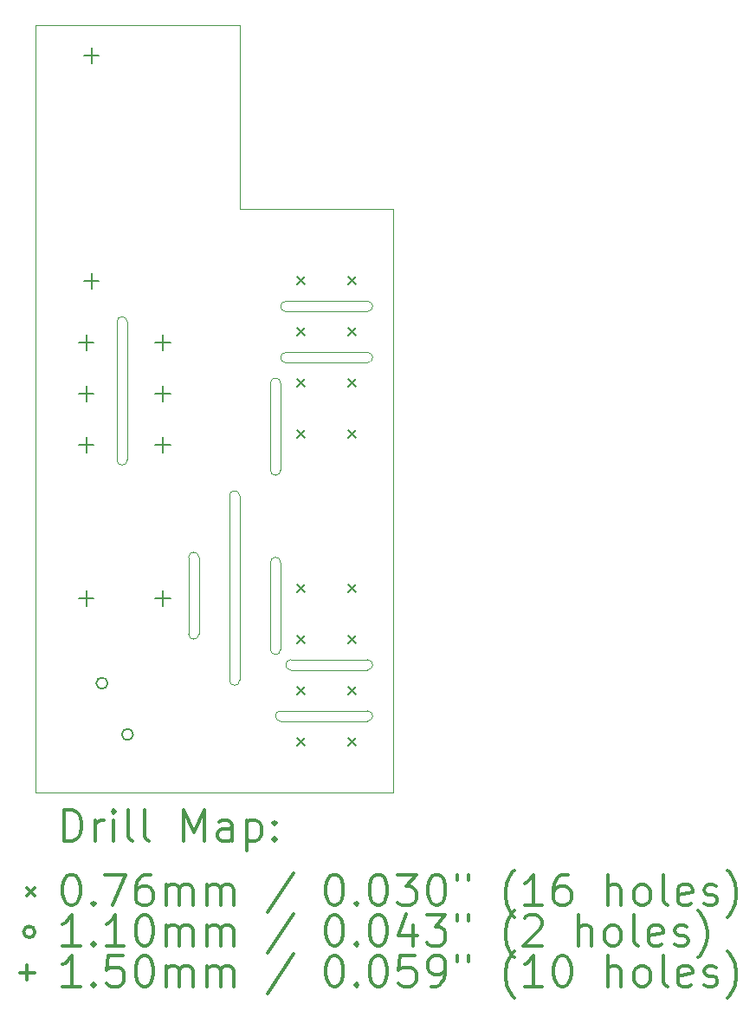
<source format=gbr>
%FSLAX45Y45*%
G04 Gerber Fmt 4.5, Leading zero omitted, Abs format (unit mm)*
G04 Created by KiCad (PCBNEW (5.1.9)-1) date 2021-04-18 13:23:44*
%MOMM*%
%LPD*%
G01*
G04 APERTURE LIST*
%TA.AperFunction,Profile*%
%ADD10C,0.050000*%
%TD*%
%ADD11C,0.200000*%
%ADD12C,0.300000*%
G04 APERTURE END LIST*
D10*
X7450000Y-10800000D02*
G75*
G02*
X7450000Y-10700000I0J50000D01*
G01*
X7450000Y-10300000D02*
G75*
G02*
X7450000Y-10200000I0J50000D01*
G01*
X8250000Y-10700000D02*
G75*
G02*
X8250000Y-10800000I0J-50000D01*
G01*
X8250000Y-10200000D02*
G75*
G02*
X8250000Y-10300000I0J-50000D01*
G01*
X7500000Y-13800000D02*
G75*
G02*
X7500000Y-13700000I0J50000D01*
G01*
X7400000Y-13600000D02*
G75*
G02*
X7300000Y-13600000I-50000J0D01*
G01*
X7400000Y-14300000D02*
G75*
G02*
X7400000Y-14200000I0J50000D01*
G01*
X8250000Y-13700000D02*
G75*
G02*
X8250000Y-13800000I0J-50000D01*
G01*
X8250000Y-14200000D02*
G75*
G02*
X8250000Y-14300000I0J-50000D01*
G01*
X8250000Y-14300000D02*
X7400000Y-14300000D01*
X7400000Y-14200000D02*
X8250000Y-14200000D01*
X8250000Y-13800000D02*
X7500000Y-13800000D01*
X7500000Y-13700000D02*
X8250000Y-13700000D01*
X8250000Y-10800000D02*
X7450000Y-10800000D01*
X7450000Y-10700000D02*
X8250000Y-10700000D01*
X8250000Y-10300000D02*
X7450000Y-10300000D01*
X7450000Y-10200000D02*
X8250000Y-10200000D01*
X5800000Y-10400000D02*
G75*
G02*
X5900000Y-10400000I50000J0D01*
G01*
X5900000Y-11750000D02*
G75*
G02*
X5800000Y-11750000I-50000J0D01*
G01*
X5900000Y-10400000D02*
X5900000Y-11750000D01*
X5800000Y-11750000D02*
X5800000Y-10400000D01*
X7300000Y-11000000D02*
G75*
G02*
X7400000Y-11000000I50000J0D01*
G01*
X7400000Y-11850000D02*
G75*
G02*
X7300000Y-11850000I-50000J0D01*
G01*
X7400000Y-11000000D02*
X7400000Y-11850000D01*
X7300000Y-11850000D02*
X7300000Y-11000000D01*
X6500000Y-12700000D02*
G75*
G02*
X6600000Y-12700000I50000J0D01*
G01*
X6600000Y-13450000D02*
G75*
G02*
X6500000Y-13450000I-50000J0D01*
G01*
X6500000Y-12700000D02*
X6500000Y-13450000D01*
X6600000Y-13450000D02*
X6600000Y-12700000D01*
X7300000Y-12750000D02*
G75*
G02*
X7400000Y-12750000I50000J0D01*
G01*
X7400000Y-13600000D02*
X7400000Y-12750000D01*
X7300000Y-13600000D02*
X7300000Y-12750000D01*
X7000000Y-13900000D02*
G75*
G02*
X6900000Y-13900000I-50000J0D01*
G01*
X6900000Y-12100000D02*
G75*
G02*
X7000000Y-12100000I50000J0D01*
G01*
X6900000Y-13900000D02*
X6900000Y-12100000D01*
X7000000Y-13900000D02*
X7000000Y-12100000D01*
X7000000Y-9300000D02*
X7000000Y-7500000D01*
X8500000Y-9300000D02*
X7000000Y-9300000D01*
X8500000Y-9500000D02*
X8500000Y-9300000D01*
X5000000Y-9500000D02*
X5000000Y-7500000D01*
X8500000Y-15000000D02*
X5000000Y-15000000D01*
X8500000Y-9500000D02*
X8500000Y-15000000D01*
X5000000Y-7500000D02*
X7000000Y-7500000D01*
X5000000Y-15000000D02*
X5000000Y-9500000D01*
D11*
X7561900Y-9961900D02*
X7638100Y-10038100D01*
X7638100Y-9961900D02*
X7561900Y-10038100D01*
X7561900Y-10461900D02*
X7638100Y-10538100D01*
X7638100Y-10461900D02*
X7561900Y-10538100D01*
X7561900Y-10961900D02*
X7638100Y-11038100D01*
X7638100Y-10961900D02*
X7561900Y-11038100D01*
X7561900Y-11461900D02*
X7638100Y-11538100D01*
X7638100Y-11461900D02*
X7561900Y-11538100D01*
X7561900Y-12961900D02*
X7638100Y-13038100D01*
X7638100Y-12961900D02*
X7561900Y-13038100D01*
X7561900Y-13461900D02*
X7638100Y-13538100D01*
X7638100Y-13461900D02*
X7561900Y-13538100D01*
X7561900Y-13961900D02*
X7638100Y-14038100D01*
X7638100Y-13961900D02*
X7561900Y-14038100D01*
X7561900Y-14461900D02*
X7638100Y-14538100D01*
X7638100Y-14461900D02*
X7561900Y-14538100D01*
X8061900Y-9961900D02*
X8138100Y-10038100D01*
X8138100Y-9961900D02*
X8061900Y-10038100D01*
X8061900Y-10461900D02*
X8138100Y-10538100D01*
X8138100Y-10461900D02*
X8061900Y-10538100D01*
X8061900Y-10961900D02*
X8138100Y-11038100D01*
X8138100Y-10961900D02*
X8061900Y-11038100D01*
X8061900Y-11461900D02*
X8138100Y-11538100D01*
X8138100Y-11461900D02*
X8061900Y-11538100D01*
X8061900Y-12961900D02*
X8138100Y-13038100D01*
X8138100Y-12961900D02*
X8061900Y-13038100D01*
X8061900Y-13461900D02*
X8138100Y-13538100D01*
X8138100Y-13461900D02*
X8061900Y-13538100D01*
X8061900Y-13961900D02*
X8138100Y-14038100D01*
X8138100Y-13961900D02*
X8061900Y-14038100D01*
X8061900Y-14461900D02*
X8138100Y-14538100D01*
X8138100Y-14461900D02*
X8061900Y-14538100D01*
X5707860Y-13930000D02*
G75*
G03*
X5707860Y-13930000I-55000J0D01*
G01*
X5957860Y-14430000D02*
G75*
G03*
X5957860Y-14430000I-55000J0D01*
G01*
X5500000Y-10525000D02*
X5500000Y-10675000D01*
X5425000Y-10600000D02*
X5575000Y-10600000D01*
X5500000Y-11025000D02*
X5500000Y-11175000D01*
X5425000Y-11100000D02*
X5575000Y-11100000D01*
X5500000Y-11525000D02*
X5500000Y-11675000D01*
X5425000Y-11600000D02*
X5575000Y-11600000D01*
X5500000Y-13025000D02*
X5500000Y-13175000D01*
X5425000Y-13100000D02*
X5575000Y-13100000D01*
X5550000Y-7725000D02*
X5550000Y-7875000D01*
X5475000Y-7800000D02*
X5625000Y-7800000D01*
X5550000Y-9925000D02*
X5550000Y-10075000D01*
X5475000Y-10000000D02*
X5625000Y-10000000D01*
X6250000Y-10525000D02*
X6250000Y-10675000D01*
X6175000Y-10600000D02*
X6325000Y-10600000D01*
X6250000Y-11025000D02*
X6250000Y-11175000D01*
X6175000Y-11100000D02*
X6325000Y-11100000D01*
X6250000Y-11525000D02*
X6250000Y-11675000D01*
X6175000Y-11600000D02*
X6325000Y-11600000D01*
X6250000Y-13025000D02*
X6250000Y-13175000D01*
X6175000Y-13100000D02*
X6325000Y-13100000D01*
D12*
X5283928Y-15468214D02*
X5283928Y-15168214D01*
X5355357Y-15168214D01*
X5398214Y-15182500D01*
X5426786Y-15211071D01*
X5441071Y-15239643D01*
X5455357Y-15296786D01*
X5455357Y-15339643D01*
X5441071Y-15396786D01*
X5426786Y-15425357D01*
X5398214Y-15453929D01*
X5355357Y-15468214D01*
X5283928Y-15468214D01*
X5583928Y-15468214D02*
X5583928Y-15268214D01*
X5583928Y-15325357D02*
X5598214Y-15296786D01*
X5612500Y-15282500D01*
X5641071Y-15268214D01*
X5669643Y-15268214D01*
X5769643Y-15468214D02*
X5769643Y-15268214D01*
X5769643Y-15168214D02*
X5755357Y-15182500D01*
X5769643Y-15196786D01*
X5783928Y-15182500D01*
X5769643Y-15168214D01*
X5769643Y-15196786D01*
X5955357Y-15468214D02*
X5926786Y-15453929D01*
X5912500Y-15425357D01*
X5912500Y-15168214D01*
X6112500Y-15468214D02*
X6083928Y-15453929D01*
X6069643Y-15425357D01*
X6069643Y-15168214D01*
X6455357Y-15468214D02*
X6455357Y-15168214D01*
X6555357Y-15382500D01*
X6655357Y-15168214D01*
X6655357Y-15468214D01*
X6926786Y-15468214D02*
X6926786Y-15311071D01*
X6912500Y-15282500D01*
X6883928Y-15268214D01*
X6826786Y-15268214D01*
X6798214Y-15282500D01*
X6926786Y-15453929D02*
X6898214Y-15468214D01*
X6826786Y-15468214D01*
X6798214Y-15453929D01*
X6783928Y-15425357D01*
X6783928Y-15396786D01*
X6798214Y-15368214D01*
X6826786Y-15353929D01*
X6898214Y-15353929D01*
X6926786Y-15339643D01*
X7069643Y-15268214D02*
X7069643Y-15568214D01*
X7069643Y-15282500D02*
X7098214Y-15268214D01*
X7155357Y-15268214D01*
X7183928Y-15282500D01*
X7198214Y-15296786D01*
X7212500Y-15325357D01*
X7212500Y-15411071D01*
X7198214Y-15439643D01*
X7183928Y-15453929D01*
X7155357Y-15468214D01*
X7098214Y-15468214D01*
X7069643Y-15453929D01*
X7341071Y-15439643D02*
X7355357Y-15453929D01*
X7341071Y-15468214D01*
X7326786Y-15453929D01*
X7341071Y-15439643D01*
X7341071Y-15468214D01*
X7341071Y-15282500D02*
X7355357Y-15296786D01*
X7341071Y-15311071D01*
X7326786Y-15296786D01*
X7341071Y-15282500D01*
X7341071Y-15311071D01*
X4921300Y-15924400D02*
X4997500Y-16000600D01*
X4997500Y-15924400D02*
X4921300Y-16000600D01*
X5341071Y-15798214D02*
X5369643Y-15798214D01*
X5398214Y-15812500D01*
X5412500Y-15826786D01*
X5426786Y-15855357D01*
X5441071Y-15912500D01*
X5441071Y-15983929D01*
X5426786Y-16041071D01*
X5412500Y-16069643D01*
X5398214Y-16083929D01*
X5369643Y-16098214D01*
X5341071Y-16098214D01*
X5312500Y-16083929D01*
X5298214Y-16069643D01*
X5283928Y-16041071D01*
X5269643Y-15983929D01*
X5269643Y-15912500D01*
X5283928Y-15855357D01*
X5298214Y-15826786D01*
X5312500Y-15812500D01*
X5341071Y-15798214D01*
X5569643Y-16069643D02*
X5583928Y-16083929D01*
X5569643Y-16098214D01*
X5555357Y-16083929D01*
X5569643Y-16069643D01*
X5569643Y-16098214D01*
X5683928Y-15798214D02*
X5883928Y-15798214D01*
X5755357Y-16098214D01*
X6126786Y-15798214D02*
X6069643Y-15798214D01*
X6041071Y-15812500D01*
X6026786Y-15826786D01*
X5998214Y-15869643D01*
X5983928Y-15926786D01*
X5983928Y-16041071D01*
X5998214Y-16069643D01*
X6012500Y-16083929D01*
X6041071Y-16098214D01*
X6098214Y-16098214D01*
X6126786Y-16083929D01*
X6141071Y-16069643D01*
X6155357Y-16041071D01*
X6155357Y-15969643D01*
X6141071Y-15941071D01*
X6126786Y-15926786D01*
X6098214Y-15912500D01*
X6041071Y-15912500D01*
X6012500Y-15926786D01*
X5998214Y-15941071D01*
X5983928Y-15969643D01*
X6283928Y-16098214D02*
X6283928Y-15898214D01*
X6283928Y-15926786D02*
X6298214Y-15912500D01*
X6326786Y-15898214D01*
X6369643Y-15898214D01*
X6398214Y-15912500D01*
X6412500Y-15941071D01*
X6412500Y-16098214D01*
X6412500Y-15941071D02*
X6426786Y-15912500D01*
X6455357Y-15898214D01*
X6498214Y-15898214D01*
X6526786Y-15912500D01*
X6541071Y-15941071D01*
X6541071Y-16098214D01*
X6683928Y-16098214D02*
X6683928Y-15898214D01*
X6683928Y-15926786D02*
X6698214Y-15912500D01*
X6726786Y-15898214D01*
X6769643Y-15898214D01*
X6798214Y-15912500D01*
X6812500Y-15941071D01*
X6812500Y-16098214D01*
X6812500Y-15941071D02*
X6826786Y-15912500D01*
X6855357Y-15898214D01*
X6898214Y-15898214D01*
X6926786Y-15912500D01*
X6941071Y-15941071D01*
X6941071Y-16098214D01*
X7526786Y-15783929D02*
X7269643Y-16169643D01*
X7912500Y-15798214D02*
X7941071Y-15798214D01*
X7969643Y-15812500D01*
X7983928Y-15826786D01*
X7998214Y-15855357D01*
X8012500Y-15912500D01*
X8012500Y-15983929D01*
X7998214Y-16041071D01*
X7983928Y-16069643D01*
X7969643Y-16083929D01*
X7941071Y-16098214D01*
X7912500Y-16098214D01*
X7883928Y-16083929D01*
X7869643Y-16069643D01*
X7855357Y-16041071D01*
X7841071Y-15983929D01*
X7841071Y-15912500D01*
X7855357Y-15855357D01*
X7869643Y-15826786D01*
X7883928Y-15812500D01*
X7912500Y-15798214D01*
X8141071Y-16069643D02*
X8155357Y-16083929D01*
X8141071Y-16098214D01*
X8126786Y-16083929D01*
X8141071Y-16069643D01*
X8141071Y-16098214D01*
X8341071Y-15798214D02*
X8369643Y-15798214D01*
X8398214Y-15812500D01*
X8412500Y-15826786D01*
X8426786Y-15855357D01*
X8441071Y-15912500D01*
X8441071Y-15983929D01*
X8426786Y-16041071D01*
X8412500Y-16069643D01*
X8398214Y-16083929D01*
X8369643Y-16098214D01*
X8341071Y-16098214D01*
X8312500Y-16083929D01*
X8298214Y-16069643D01*
X8283928Y-16041071D01*
X8269643Y-15983929D01*
X8269643Y-15912500D01*
X8283928Y-15855357D01*
X8298214Y-15826786D01*
X8312500Y-15812500D01*
X8341071Y-15798214D01*
X8541071Y-15798214D02*
X8726786Y-15798214D01*
X8626786Y-15912500D01*
X8669643Y-15912500D01*
X8698214Y-15926786D01*
X8712500Y-15941071D01*
X8726786Y-15969643D01*
X8726786Y-16041071D01*
X8712500Y-16069643D01*
X8698214Y-16083929D01*
X8669643Y-16098214D01*
X8583928Y-16098214D01*
X8555357Y-16083929D01*
X8541071Y-16069643D01*
X8912500Y-15798214D02*
X8941071Y-15798214D01*
X8969643Y-15812500D01*
X8983928Y-15826786D01*
X8998214Y-15855357D01*
X9012500Y-15912500D01*
X9012500Y-15983929D01*
X8998214Y-16041071D01*
X8983928Y-16069643D01*
X8969643Y-16083929D01*
X8941071Y-16098214D01*
X8912500Y-16098214D01*
X8883928Y-16083929D01*
X8869643Y-16069643D01*
X8855357Y-16041071D01*
X8841071Y-15983929D01*
X8841071Y-15912500D01*
X8855357Y-15855357D01*
X8869643Y-15826786D01*
X8883928Y-15812500D01*
X8912500Y-15798214D01*
X9126786Y-15798214D02*
X9126786Y-15855357D01*
X9241071Y-15798214D02*
X9241071Y-15855357D01*
X9683928Y-16212500D02*
X9669643Y-16198214D01*
X9641071Y-16155357D01*
X9626786Y-16126786D01*
X9612500Y-16083929D01*
X9598214Y-16012500D01*
X9598214Y-15955357D01*
X9612500Y-15883929D01*
X9626786Y-15841071D01*
X9641071Y-15812500D01*
X9669643Y-15769643D01*
X9683928Y-15755357D01*
X9955357Y-16098214D02*
X9783928Y-16098214D01*
X9869643Y-16098214D02*
X9869643Y-15798214D01*
X9841071Y-15841071D01*
X9812500Y-15869643D01*
X9783928Y-15883929D01*
X10212500Y-15798214D02*
X10155357Y-15798214D01*
X10126786Y-15812500D01*
X10112500Y-15826786D01*
X10083928Y-15869643D01*
X10069643Y-15926786D01*
X10069643Y-16041071D01*
X10083928Y-16069643D01*
X10098214Y-16083929D01*
X10126786Y-16098214D01*
X10183928Y-16098214D01*
X10212500Y-16083929D01*
X10226786Y-16069643D01*
X10241071Y-16041071D01*
X10241071Y-15969643D01*
X10226786Y-15941071D01*
X10212500Y-15926786D01*
X10183928Y-15912500D01*
X10126786Y-15912500D01*
X10098214Y-15926786D01*
X10083928Y-15941071D01*
X10069643Y-15969643D01*
X10598214Y-16098214D02*
X10598214Y-15798214D01*
X10726786Y-16098214D02*
X10726786Y-15941071D01*
X10712500Y-15912500D01*
X10683928Y-15898214D01*
X10641071Y-15898214D01*
X10612500Y-15912500D01*
X10598214Y-15926786D01*
X10912500Y-16098214D02*
X10883928Y-16083929D01*
X10869643Y-16069643D01*
X10855357Y-16041071D01*
X10855357Y-15955357D01*
X10869643Y-15926786D01*
X10883928Y-15912500D01*
X10912500Y-15898214D01*
X10955357Y-15898214D01*
X10983928Y-15912500D01*
X10998214Y-15926786D01*
X11012500Y-15955357D01*
X11012500Y-16041071D01*
X10998214Y-16069643D01*
X10983928Y-16083929D01*
X10955357Y-16098214D01*
X10912500Y-16098214D01*
X11183928Y-16098214D02*
X11155357Y-16083929D01*
X11141071Y-16055357D01*
X11141071Y-15798214D01*
X11412500Y-16083929D02*
X11383928Y-16098214D01*
X11326786Y-16098214D01*
X11298214Y-16083929D01*
X11283928Y-16055357D01*
X11283928Y-15941071D01*
X11298214Y-15912500D01*
X11326786Y-15898214D01*
X11383928Y-15898214D01*
X11412500Y-15912500D01*
X11426786Y-15941071D01*
X11426786Y-15969643D01*
X11283928Y-15998214D01*
X11541071Y-16083929D02*
X11569643Y-16098214D01*
X11626786Y-16098214D01*
X11655357Y-16083929D01*
X11669643Y-16055357D01*
X11669643Y-16041071D01*
X11655357Y-16012500D01*
X11626786Y-15998214D01*
X11583928Y-15998214D01*
X11555357Y-15983929D01*
X11541071Y-15955357D01*
X11541071Y-15941071D01*
X11555357Y-15912500D01*
X11583928Y-15898214D01*
X11626786Y-15898214D01*
X11655357Y-15912500D01*
X11769643Y-16212500D02*
X11783928Y-16198214D01*
X11812500Y-16155357D01*
X11826786Y-16126786D01*
X11841071Y-16083929D01*
X11855357Y-16012500D01*
X11855357Y-15955357D01*
X11841071Y-15883929D01*
X11826786Y-15841071D01*
X11812500Y-15812500D01*
X11783928Y-15769643D01*
X11769643Y-15755357D01*
X4997500Y-16358500D02*
G75*
G03*
X4997500Y-16358500I-55000J0D01*
G01*
X5441071Y-16494214D02*
X5269643Y-16494214D01*
X5355357Y-16494214D02*
X5355357Y-16194214D01*
X5326786Y-16237071D01*
X5298214Y-16265643D01*
X5269643Y-16279929D01*
X5569643Y-16465643D02*
X5583928Y-16479929D01*
X5569643Y-16494214D01*
X5555357Y-16479929D01*
X5569643Y-16465643D01*
X5569643Y-16494214D01*
X5869643Y-16494214D02*
X5698214Y-16494214D01*
X5783928Y-16494214D02*
X5783928Y-16194214D01*
X5755357Y-16237071D01*
X5726786Y-16265643D01*
X5698214Y-16279929D01*
X6055357Y-16194214D02*
X6083928Y-16194214D01*
X6112500Y-16208500D01*
X6126786Y-16222786D01*
X6141071Y-16251357D01*
X6155357Y-16308500D01*
X6155357Y-16379929D01*
X6141071Y-16437071D01*
X6126786Y-16465643D01*
X6112500Y-16479929D01*
X6083928Y-16494214D01*
X6055357Y-16494214D01*
X6026786Y-16479929D01*
X6012500Y-16465643D01*
X5998214Y-16437071D01*
X5983928Y-16379929D01*
X5983928Y-16308500D01*
X5998214Y-16251357D01*
X6012500Y-16222786D01*
X6026786Y-16208500D01*
X6055357Y-16194214D01*
X6283928Y-16494214D02*
X6283928Y-16294214D01*
X6283928Y-16322786D02*
X6298214Y-16308500D01*
X6326786Y-16294214D01*
X6369643Y-16294214D01*
X6398214Y-16308500D01*
X6412500Y-16337071D01*
X6412500Y-16494214D01*
X6412500Y-16337071D02*
X6426786Y-16308500D01*
X6455357Y-16294214D01*
X6498214Y-16294214D01*
X6526786Y-16308500D01*
X6541071Y-16337071D01*
X6541071Y-16494214D01*
X6683928Y-16494214D02*
X6683928Y-16294214D01*
X6683928Y-16322786D02*
X6698214Y-16308500D01*
X6726786Y-16294214D01*
X6769643Y-16294214D01*
X6798214Y-16308500D01*
X6812500Y-16337071D01*
X6812500Y-16494214D01*
X6812500Y-16337071D02*
X6826786Y-16308500D01*
X6855357Y-16294214D01*
X6898214Y-16294214D01*
X6926786Y-16308500D01*
X6941071Y-16337071D01*
X6941071Y-16494214D01*
X7526786Y-16179929D02*
X7269643Y-16565643D01*
X7912500Y-16194214D02*
X7941071Y-16194214D01*
X7969643Y-16208500D01*
X7983928Y-16222786D01*
X7998214Y-16251357D01*
X8012500Y-16308500D01*
X8012500Y-16379929D01*
X7998214Y-16437071D01*
X7983928Y-16465643D01*
X7969643Y-16479929D01*
X7941071Y-16494214D01*
X7912500Y-16494214D01*
X7883928Y-16479929D01*
X7869643Y-16465643D01*
X7855357Y-16437071D01*
X7841071Y-16379929D01*
X7841071Y-16308500D01*
X7855357Y-16251357D01*
X7869643Y-16222786D01*
X7883928Y-16208500D01*
X7912500Y-16194214D01*
X8141071Y-16465643D02*
X8155357Y-16479929D01*
X8141071Y-16494214D01*
X8126786Y-16479929D01*
X8141071Y-16465643D01*
X8141071Y-16494214D01*
X8341071Y-16194214D02*
X8369643Y-16194214D01*
X8398214Y-16208500D01*
X8412500Y-16222786D01*
X8426786Y-16251357D01*
X8441071Y-16308500D01*
X8441071Y-16379929D01*
X8426786Y-16437071D01*
X8412500Y-16465643D01*
X8398214Y-16479929D01*
X8369643Y-16494214D01*
X8341071Y-16494214D01*
X8312500Y-16479929D01*
X8298214Y-16465643D01*
X8283928Y-16437071D01*
X8269643Y-16379929D01*
X8269643Y-16308500D01*
X8283928Y-16251357D01*
X8298214Y-16222786D01*
X8312500Y-16208500D01*
X8341071Y-16194214D01*
X8698214Y-16294214D02*
X8698214Y-16494214D01*
X8626786Y-16179929D02*
X8555357Y-16394214D01*
X8741071Y-16394214D01*
X8826786Y-16194214D02*
X9012500Y-16194214D01*
X8912500Y-16308500D01*
X8955357Y-16308500D01*
X8983928Y-16322786D01*
X8998214Y-16337071D01*
X9012500Y-16365643D01*
X9012500Y-16437071D01*
X8998214Y-16465643D01*
X8983928Y-16479929D01*
X8955357Y-16494214D01*
X8869643Y-16494214D01*
X8841071Y-16479929D01*
X8826786Y-16465643D01*
X9126786Y-16194214D02*
X9126786Y-16251357D01*
X9241071Y-16194214D02*
X9241071Y-16251357D01*
X9683928Y-16608500D02*
X9669643Y-16594214D01*
X9641071Y-16551357D01*
X9626786Y-16522786D01*
X9612500Y-16479929D01*
X9598214Y-16408500D01*
X9598214Y-16351357D01*
X9612500Y-16279929D01*
X9626786Y-16237071D01*
X9641071Y-16208500D01*
X9669643Y-16165643D01*
X9683928Y-16151357D01*
X9783928Y-16222786D02*
X9798214Y-16208500D01*
X9826786Y-16194214D01*
X9898214Y-16194214D01*
X9926786Y-16208500D01*
X9941071Y-16222786D01*
X9955357Y-16251357D01*
X9955357Y-16279929D01*
X9941071Y-16322786D01*
X9769643Y-16494214D01*
X9955357Y-16494214D01*
X10312500Y-16494214D02*
X10312500Y-16194214D01*
X10441071Y-16494214D02*
X10441071Y-16337071D01*
X10426786Y-16308500D01*
X10398214Y-16294214D01*
X10355357Y-16294214D01*
X10326786Y-16308500D01*
X10312500Y-16322786D01*
X10626786Y-16494214D02*
X10598214Y-16479929D01*
X10583928Y-16465643D01*
X10569643Y-16437071D01*
X10569643Y-16351357D01*
X10583928Y-16322786D01*
X10598214Y-16308500D01*
X10626786Y-16294214D01*
X10669643Y-16294214D01*
X10698214Y-16308500D01*
X10712500Y-16322786D01*
X10726786Y-16351357D01*
X10726786Y-16437071D01*
X10712500Y-16465643D01*
X10698214Y-16479929D01*
X10669643Y-16494214D01*
X10626786Y-16494214D01*
X10898214Y-16494214D02*
X10869643Y-16479929D01*
X10855357Y-16451357D01*
X10855357Y-16194214D01*
X11126786Y-16479929D02*
X11098214Y-16494214D01*
X11041071Y-16494214D01*
X11012500Y-16479929D01*
X10998214Y-16451357D01*
X10998214Y-16337071D01*
X11012500Y-16308500D01*
X11041071Y-16294214D01*
X11098214Y-16294214D01*
X11126786Y-16308500D01*
X11141071Y-16337071D01*
X11141071Y-16365643D01*
X10998214Y-16394214D01*
X11255357Y-16479929D02*
X11283928Y-16494214D01*
X11341071Y-16494214D01*
X11369643Y-16479929D01*
X11383928Y-16451357D01*
X11383928Y-16437071D01*
X11369643Y-16408500D01*
X11341071Y-16394214D01*
X11298214Y-16394214D01*
X11269643Y-16379929D01*
X11255357Y-16351357D01*
X11255357Y-16337071D01*
X11269643Y-16308500D01*
X11298214Y-16294214D01*
X11341071Y-16294214D01*
X11369643Y-16308500D01*
X11483928Y-16608500D02*
X11498214Y-16594214D01*
X11526786Y-16551357D01*
X11541071Y-16522786D01*
X11555357Y-16479929D01*
X11569643Y-16408500D01*
X11569643Y-16351357D01*
X11555357Y-16279929D01*
X11541071Y-16237071D01*
X11526786Y-16208500D01*
X11498214Y-16165643D01*
X11483928Y-16151357D01*
X4922500Y-16679500D02*
X4922500Y-16829500D01*
X4847500Y-16754500D02*
X4997500Y-16754500D01*
X5441071Y-16890214D02*
X5269643Y-16890214D01*
X5355357Y-16890214D02*
X5355357Y-16590214D01*
X5326786Y-16633071D01*
X5298214Y-16661643D01*
X5269643Y-16675929D01*
X5569643Y-16861643D02*
X5583928Y-16875929D01*
X5569643Y-16890214D01*
X5555357Y-16875929D01*
X5569643Y-16861643D01*
X5569643Y-16890214D01*
X5855357Y-16590214D02*
X5712500Y-16590214D01*
X5698214Y-16733071D01*
X5712500Y-16718786D01*
X5741071Y-16704500D01*
X5812500Y-16704500D01*
X5841071Y-16718786D01*
X5855357Y-16733071D01*
X5869643Y-16761643D01*
X5869643Y-16833072D01*
X5855357Y-16861643D01*
X5841071Y-16875929D01*
X5812500Y-16890214D01*
X5741071Y-16890214D01*
X5712500Y-16875929D01*
X5698214Y-16861643D01*
X6055357Y-16590214D02*
X6083928Y-16590214D01*
X6112500Y-16604500D01*
X6126786Y-16618786D01*
X6141071Y-16647357D01*
X6155357Y-16704500D01*
X6155357Y-16775929D01*
X6141071Y-16833072D01*
X6126786Y-16861643D01*
X6112500Y-16875929D01*
X6083928Y-16890214D01*
X6055357Y-16890214D01*
X6026786Y-16875929D01*
X6012500Y-16861643D01*
X5998214Y-16833072D01*
X5983928Y-16775929D01*
X5983928Y-16704500D01*
X5998214Y-16647357D01*
X6012500Y-16618786D01*
X6026786Y-16604500D01*
X6055357Y-16590214D01*
X6283928Y-16890214D02*
X6283928Y-16690214D01*
X6283928Y-16718786D02*
X6298214Y-16704500D01*
X6326786Y-16690214D01*
X6369643Y-16690214D01*
X6398214Y-16704500D01*
X6412500Y-16733071D01*
X6412500Y-16890214D01*
X6412500Y-16733071D02*
X6426786Y-16704500D01*
X6455357Y-16690214D01*
X6498214Y-16690214D01*
X6526786Y-16704500D01*
X6541071Y-16733071D01*
X6541071Y-16890214D01*
X6683928Y-16890214D02*
X6683928Y-16690214D01*
X6683928Y-16718786D02*
X6698214Y-16704500D01*
X6726786Y-16690214D01*
X6769643Y-16690214D01*
X6798214Y-16704500D01*
X6812500Y-16733071D01*
X6812500Y-16890214D01*
X6812500Y-16733071D02*
X6826786Y-16704500D01*
X6855357Y-16690214D01*
X6898214Y-16690214D01*
X6926786Y-16704500D01*
X6941071Y-16733071D01*
X6941071Y-16890214D01*
X7526786Y-16575929D02*
X7269643Y-16961643D01*
X7912500Y-16590214D02*
X7941071Y-16590214D01*
X7969643Y-16604500D01*
X7983928Y-16618786D01*
X7998214Y-16647357D01*
X8012500Y-16704500D01*
X8012500Y-16775929D01*
X7998214Y-16833072D01*
X7983928Y-16861643D01*
X7969643Y-16875929D01*
X7941071Y-16890214D01*
X7912500Y-16890214D01*
X7883928Y-16875929D01*
X7869643Y-16861643D01*
X7855357Y-16833072D01*
X7841071Y-16775929D01*
X7841071Y-16704500D01*
X7855357Y-16647357D01*
X7869643Y-16618786D01*
X7883928Y-16604500D01*
X7912500Y-16590214D01*
X8141071Y-16861643D02*
X8155357Y-16875929D01*
X8141071Y-16890214D01*
X8126786Y-16875929D01*
X8141071Y-16861643D01*
X8141071Y-16890214D01*
X8341071Y-16590214D02*
X8369643Y-16590214D01*
X8398214Y-16604500D01*
X8412500Y-16618786D01*
X8426786Y-16647357D01*
X8441071Y-16704500D01*
X8441071Y-16775929D01*
X8426786Y-16833072D01*
X8412500Y-16861643D01*
X8398214Y-16875929D01*
X8369643Y-16890214D01*
X8341071Y-16890214D01*
X8312500Y-16875929D01*
X8298214Y-16861643D01*
X8283928Y-16833072D01*
X8269643Y-16775929D01*
X8269643Y-16704500D01*
X8283928Y-16647357D01*
X8298214Y-16618786D01*
X8312500Y-16604500D01*
X8341071Y-16590214D01*
X8712500Y-16590214D02*
X8569643Y-16590214D01*
X8555357Y-16733071D01*
X8569643Y-16718786D01*
X8598214Y-16704500D01*
X8669643Y-16704500D01*
X8698214Y-16718786D01*
X8712500Y-16733071D01*
X8726786Y-16761643D01*
X8726786Y-16833072D01*
X8712500Y-16861643D01*
X8698214Y-16875929D01*
X8669643Y-16890214D01*
X8598214Y-16890214D01*
X8569643Y-16875929D01*
X8555357Y-16861643D01*
X8869643Y-16890214D02*
X8926786Y-16890214D01*
X8955357Y-16875929D01*
X8969643Y-16861643D01*
X8998214Y-16818786D01*
X9012500Y-16761643D01*
X9012500Y-16647357D01*
X8998214Y-16618786D01*
X8983928Y-16604500D01*
X8955357Y-16590214D01*
X8898214Y-16590214D01*
X8869643Y-16604500D01*
X8855357Y-16618786D01*
X8841071Y-16647357D01*
X8841071Y-16718786D01*
X8855357Y-16747357D01*
X8869643Y-16761643D01*
X8898214Y-16775929D01*
X8955357Y-16775929D01*
X8983928Y-16761643D01*
X8998214Y-16747357D01*
X9012500Y-16718786D01*
X9126786Y-16590214D02*
X9126786Y-16647357D01*
X9241071Y-16590214D02*
X9241071Y-16647357D01*
X9683928Y-17004500D02*
X9669643Y-16990214D01*
X9641071Y-16947357D01*
X9626786Y-16918786D01*
X9612500Y-16875929D01*
X9598214Y-16804500D01*
X9598214Y-16747357D01*
X9612500Y-16675929D01*
X9626786Y-16633071D01*
X9641071Y-16604500D01*
X9669643Y-16561643D01*
X9683928Y-16547357D01*
X9955357Y-16890214D02*
X9783928Y-16890214D01*
X9869643Y-16890214D02*
X9869643Y-16590214D01*
X9841071Y-16633071D01*
X9812500Y-16661643D01*
X9783928Y-16675929D01*
X10141071Y-16590214D02*
X10169643Y-16590214D01*
X10198214Y-16604500D01*
X10212500Y-16618786D01*
X10226786Y-16647357D01*
X10241071Y-16704500D01*
X10241071Y-16775929D01*
X10226786Y-16833072D01*
X10212500Y-16861643D01*
X10198214Y-16875929D01*
X10169643Y-16890214D01*
X10141071Y-16890214D01*
X10112500Y-16875929D01*
X10098214Y-16861643D01*
X10083928Y-16833072D01*
X10069643Y-16775929D01*
X10069643Y-16704500D01*
X10083928Y-16647357D01*
X10098214Y-16618786D01*
X10112500Y-16604500D01*
X10141071Y-16590214D01*
X10598214Y-16890214D02*
X10598214Y-16590214D01*
X10726786Y-16890214D02*
X10726786Y-16733071D01*
X10712500Y-16704500D01*
X10683928Y-16690214D01*
X10641071Y-16690214D01*
X10612500Y-16704500D01*
X10598214Y-16718786D01*
X10912500Y-16890214D02*
X10883928Y-16875929D01*
X10869643Y-16861643D01*
X10855357Y-16833072D01*
X10855357Y-16747357D01*
X10869643Y-16718786D01*
X10883928Y-16704500D01*
X10912500Y-16690214D01*
X10955357Y-16690214D01*
X10983928Y-16704500D01*
X10998214Y-16718786D01*
X11012500Y-16747357D01*
X11012500Y-16833072D01*
X10998214Y-16861643D01*
X10983928Y-16875929D01*
X10955357Y-16890214D01*
X10912500Y-16890214D01*
X11183928Y-16890214D02*
X11155357Y-16875929D01*
X11141071Y-16847357D01*
X11141071Y-16590214D01*
X11412500Y-16875929D02*
X11383928Y-16890214D01*
X11326786Y-16890214D01*
X11298214Y-16875929D01*
X11283928Y-16847357D01*
X11283928Y-16733071D01*
X11298214Y-16704500D01*
X11326786Y-16690214D01*
X11383928Y-16690214D01*
X11412500Y-16704500D01*
X11426786Y-16733071D01*
X11426786Y-16761643D01*
X11283928Y-16790214D01*
X11541071Y-16875929D02*
X11569643Y-16890214D01*
X11626786Y-16890214D01*
X11655357Y-16875929D01*
X11669643Y-16847357D01*
X11669643Y-16833072D01*
X11655357Y-16804500D01*
X11626786Y-16790214D01*
X11583928Y-16790214D01*
X11555357Y-16775929D01*
X11541071Y-16747357D01*
X11541071Y-16733071D01*
X11555357Y-16704500D01*
X11583928Y-16690214D01*
X11626786Y-16690214D01*
X11655357Y-16704500D01*
X11769643Y-17004500D02*
X11783928Y-16990214D01*
X11812500Y-16947357D01*
X11826786Y-16918786D01*
X11841071Y-16875929D01*
X11855357Y-16804500D01*
X11855357Y-16747357D01*
X11841071Y-16675929D01*
X11826786Y-16633071D01*
X11812500Y-16604500D01*
X11783928Y-16561643D01*
X11769643Y-16547357D01*
M02*

</source>
